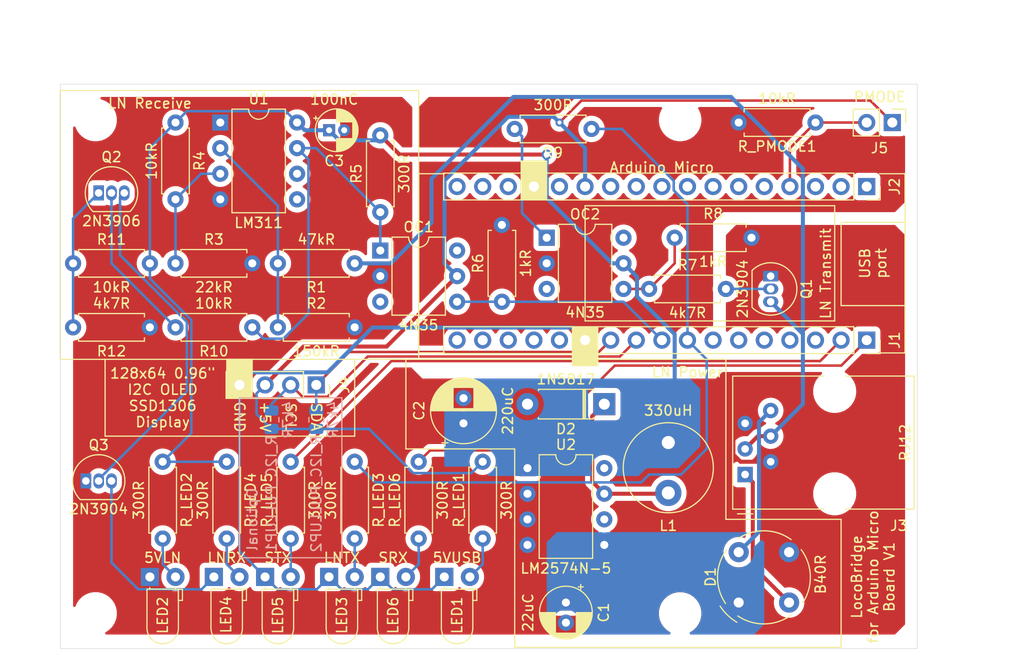
<source format=kicad_pcb>
(kicad_pcb (version 20171130) (host pcbnew 5.1.9+dfsg1-1)
  (layers (0 F.Cu signal) (31 B.Cu signal) (34 B.Paste user) (35 F.Paste user) (36 B.SilkS user) (37 F.SilkS user) (38 B.Mask user) (39 F.Mask user) (44 Edge.Cuts user))
  (net 0 "")
  (net 1 GND1)
  (net 2 VDD)
  (net 3 /MOSI)
  (net 4 "Net-(J1-Pad16)")
  (net 5 GND2)
  (net 6 /SDA)
  (net 7 /SCL)
  (net 8 /LN_RX_Arduino)
  (net 9 /LN_TX_Arduino)
  (net 10 "Net-(J1-Pad7)")
  (net 11 "Net-(J1-Pad6)")
  (net 12 "Net-(J1-Pad5)")
  (net 13 "Net-(J1-Pad4)")
  (net 14 "Net-(J1-Pad3)")
  (net 15 /SCK)
  (net 16 /MISO)
  (net 17 "Net-(J2-Pad15)")
  (net 18 +5V)
  (net 19 "Net-(J2-Pad11)")
  (net 20 "Net-(J2-Pad10)")
  (net 21 "Net-(J2-Pad7)")
  (net 22 "Net-(J2-Pad6)")
  (net 23 "Net-(J2-Pad5)")
  (net 24 "Net-(J2-Pad3)")
  (net 25 "Net-(J2-Pad2)")
  (net 26 "Net-(J2-Pad1)")
  (net 27 "Net-(LED1-Pad2)")
  (net 28 "Net-(LED2-Pad2)")
  (net 29 "Net-(Q1-Pad2)")
  (net 30 /LN_TX)
  (net 31 "Net-(U1-Pad6)")
  (net 32 "Net-(U1-Pad5)")
  (net 33 "Net-(U2-Pad8)")
  (net 34 "Net-(U2-Pad6)")
  (net 35 /LN_VIN)
  (net 36 /RAIl_SYNC_2)
  (net 37 /RAIl_SYNC_1)
  (net 38 /LN)
  (net 39 "Net-(LED4-Pad2)")
  (net 40 /SERIAL_TX)
  (net 41 /SERIAL_RX)
  (net 42 "Net-(LED3-Pad2)")
  (net 43 "Net-(LED5-Pad2)")
  (net 44 "Net-(LED6-Pad2)")
  (net 45 "Net-(OC1-Pad6)")
  (net 46 "Net-(OC1-Pad3)")
  (net 47 "Net-(OC2-Pad6)")
  (net 48 "Net-(OC2-Pad3)")
  (net 49 "Net-(OC2-Pad1)")
  (net 50 "Net-(Q2-Pad3)")
  (net 51 "Net-(Q2-Pad2)")
  (net 52 "Net-(J1-Pad15)")
  (net 53 "Net-(J1-Pad14)")
  (net 54 /A5)
  (net 55 /A4)
  (net 56 /LN_RX)
  (net 57 /PMODE)
  (net 58 /LN_5V_RAW)
  (net 59 /VLN_IN_9NOM_3V8MIN_18VMAX)
  (net 60 /REF_3V44)
  (net 61 "Net-(J1-Pad13)")
  (net 62 "Net-(J2-Pad13)")
  (net 63 "Net-(LED4-Pad1)")
  (net 64 /1V5)
  (module Resistor_THT:R_Axial_DIN0207_L6.3mm_D2.5mm_P7.62mm_Horizontal (layer F.Cu) (at 105.610225 113.67 180)
    (fp_text reference R12 (at 3.81 -2.37) (layer F.SilkS))
    (fp_text value 4k7R (at 3.81 2.37) (layer F.SilkS))
    (pad 2 thru_hole oval (at 7.62 0 180) (size 1.6 1.6) (drill 0.8) (layers *.Cu *.Mask) (net 64 /1V5))
    (pad 1 thru_hole circle (at 0 0 180) (size 1.6 1.6) (drill 0.8) (layers *.Cu *.Mask) (net 1 GND1))
  )
  (module Resistor_THT:R_Axial_DIN0207_L6.3mm_D2.5mm_P7.62mm_Horizontal (layer F.Cu) (at 97.990225 107.32)
    (fp_text reference R11 (at 3.81 -2.37) (layer F.SilkS))
    (fp_text value 10kR (at 3.81 2.37) (layer F.SilkS))
    (pad 2 thru_hole oval (at 7.62 0) (size 1.6 1.6) (drill 0.8) (layers *.Cu *.Mask) (net 2 VDD))
    (pad 1 thru_hole circle (at 0 0) (size 1.6 1.6) (drill 0.8) (layers *.Cu *.Mask) (net 64 /1V5))
  )
  (module Resistor_THT:R_Axial_DIN0207_L6.3mm_D2.5mm_P7.62mm_Horizontal (layer F.Cu) (at 115.770225 113.67 180)
    (fp_text reference R10 (at 3.81 -2.37) (layer F.SilkS))
    (fp_text value 10kR (at 3.81 2.37) (layer F.SilkS))
    (pad 2 thru_hole oval (at 7.62 0 180) (size 1.6 1.6) (drill 0.8) (layers *.Cu *.Mask) (net 51 "Net-(Q2-Pad2)"))
    (pad 1 thru_hole circle (at 0 0 180) (size 1.6 1.6) (drill 0.8) (layers *.Cu *.Mask) (net 56 /LN_RX))
  )
  (module Package_TO_SOT_THT:TO-92_Inline (layer F.Cu) (at 99.260225 128.91)
    (fp_text reference Q3 (at 1.27 -3.56) (layer F.SilkS))
    (fp_text value 2N3904 (at 1.27 2.79) (layer F.SilkS))
    (pad 1 thru_hole rect (at 0 0) (size 1.05 1.5) (drill 0.75) (layers *.Cu *.Mask) (net 1 GND1))
    (pad 3 thru_hole oval (at 2.54 0) (size 1.05 1.5) (drill 0.75) (layers *.Cu *.Mask) (net 63 "Net-(LED4-Pad1)"))
    (pad 2 thru_hole oval (at 1.27 0) (size 1.05 1.5) (drill 0.75) (layers *.Cu *.Mask) (net 50 "Net-(Q2-Pad3)"))
  )
  (module Connector_PinSocket_2.54mm:PinSocket_1x04_P2.54mm_Vertical (layer F.Cu) (at 122.120225 119.385 270)
    (fp_text reference J4 (at 0 -2.77 90) (layer F.SilkS))
    (fp_text value Conn_01x04_Female)
    (pad 4 thru_hole oval (at 0 7.62 270) (size 1.7 1.7) (drill 1) (layers *.Cu *.Mask) (net 5 GND2))
    (pad 3 thru_hole oval (at 0 5.08 270) (size 1.7 1.7) (drill 1) (layers *.Cu *.Mask) (net 18 +5V))
    (pad 2 thru_hole oval (at 0 2.54 270) (size 1.7 1.7) (drill 1) (layers *.Cu *.Mask) (net 7 /SCL))
    (pad 1 thru_hole rect (at 0 0 270) (size 1.7 1.7) (drill 1) (layers *.Cu *.Mask) (net 6 /SDA))
  )
  (module Connector_RJ:RJ12_Amphenol_54601 (layer F.Cu) (at 164.665225 128.275 90)
    (fp_text reference J3 (at -5.08 15.24 180) (layer F.SilkS))
    (fp_text value RJ12 (at 3.175 15.875 90) (layer F.SilkS))
    (pad 1 thru_hole rect (at 0 0 90) (size 1.52 1.52) (drill 0.76) (layers *.Cu *.Mask) (net 36 /RAIl_SYNC_2))
    (pad "" np_thru_hole circle (at -1.91 8.89 90) (size 3.25 3.25) (drill 3.25) (layers *.Cu *.Mask))
    (pad 2 thru_hole circle (at 1.27 2.54 90) (size 1.52 1.52) (drill 0.76) (layers *.Cu *.Mask) (net 1 GND1))
    (pad 3 thru_hole circle (at 2.54 0 90) (size 1.52 1.52) (drill 0.76) (layers *.Cu *.Mask) (net 38 /LN))
    (pad 4 thru_hole circle (at 3.81 2.54 90) (size 1.52 1.52) (drill 0.76) (layers *.Cu *.Mask) (net 38 /LN))
    (pad 5 thru_hole circle (at 5.08 0 90) (size 1.52 1.52) (drill 0.76) (layers *.Cu *.Mask) (net 1 GND1))
    (pad 6 thru_hole circle (at 6.35 2.54 90) (size 1.52 1.52) (drill 0.76) (layers *.Cu *.Mask) (net 37 /RAIl_SYNC_1))
    (pad "" np_thru_hole circle (at 8.25 8.89 90) (size 3.25 3.25) (drill 3.25) (layers *.Cu *.Mask))
  )
  (module Resistor_SMD:R_0805_2012Metric (layer B.Cu) (at 122.120225 122.8375 270)
    (fp_text reference R_I2C_PULLUP2 (at 7.3425 0 90) (layer B.SilkS) (effects (justify mirror)))
    (fp_text value 4k7R (at 0 -1.65 90) (layer B.SilkS) (effects (justify mirror)))
    (pad 2 smd roundrect (at 0.9125 0 270) (size 1.025 1.4) (layers B.Cu B.Paste B.Mask) (roundrect_rratio 0.243902) (net 18 +5V))
    (pad 1 smd roundrect (at -0.9125 0 270) (size 1.025 1.4) (layers B.Cu B.Paste B.Mask) (roundrect_rratio 0.243902) (net 6 /SDA))
  )
  (module Resistor_SMD:R_0805_2012Metric (layer B.Cu) (at 117.675225 122.8375 270)
    (fp_text reference R_I2C_PULLUP1 (at 7.3425 0 90) (layer B.SilkS) (effects (justify mirror)))
    (fp_text value 4k7R (at 0 -1.65 90) (layer B.SilkS) (effects (justify mirror)))
    (pad 2 smd roundrect (at 0.9125 0 270) (size 1.025 1.4) (layers B.Cu B.Paste B.Mask) (roundrect_rratio 0.243902) (net 18 +5V))
    (pad 1 smd roundrect (at -0.9125 0 270) (size 1.025 1.4) (layers B.Cu B.Paste B.Mask) (roundrect_rratio 0.243902) (net 7 /SCL))
  )
  (module Capacitor_THT:CP_Radial_D4.0mm_P1.50mm (layer F.Cu) (at 123.390225 94.112)
    (fp_text reference C3 (at 0.508 3.048) (layer F.SilkS))
    (fp_text value 100nC (at 0.508 -3.048) (layer F.SilkS))
    (pad 2 thru_hole circle (at 1.5 0) (size 1.2 1.2) (drill 0.6) (layers *.Cu *.Mask) (net 1 GND1))
    (pad 1 thru_hole rect (at 0 0) (size 1.2 1.2) (drill 0.6) (layers *.Cu *.Mask) (net 2 VDD))
  )
  (module Inductor_THT:L_Radial_D8.7mm_P5.00mm_Fastron_07HCP (layer F.Cu) (at 157.045225 125.1 270)
    (fp_text reference L1 (at 8.255 0 180) (layer F.SilkS))
    (fp_text value 330uH (at -3.175 0 180) (layer F.SilkS))
    (pad 2 thru_hole circle (at 5 0 270) (size 2.6 2.6) (drill 1.3) (layers *.Cu *.Mask) (net 58 /LN_5V_RAW))
    (pad 1 thru_hole circle (at 0 0 270) (size 2.6 2.6) (drill 1.3) (layers *.Cu *.Mask) (net 2 VDD))
  )
  (module Resistor_THT:R_Axial_DIN0207_L6.3mm_D2.5mm_P7.62mm_Horizontal (layer F.Cu) (at 171.650225 93.35 180)
    (fp_text reference R_PMODE1 (at 3.81 -2.37) (layer F.SilkS))
    (fp_text value 10kR (at 3.81 2.37) (layer F.SilkS))
    (pad 2 thru_hole oval (at 7.62 0 180) (size 1.6 1.6) (drill 0.8) (layers *.Cu *.Mask) (net 5 GND2))
    (pad 1 thru_hole circle (at 0 0 180) (size 1.6 1.6) (drill 0.8) (layers *.Cu *.Mask) (net 57 /PMODE))
  )
  (module Connector_PinHeader_2.54mm:PinHeader_1x02_P2.54mm_Vertical (layer F.Cu) (at 179.270225 93.35 270)
    (fp_text reference J5 (at 2.54 1.27 180) (layer F.SilkS))
    (fp_text value Conn_01x02_Male)
    (pad 2 thru_hole oval (at 0 2.54 270) (size 1.7 1.7) (drill 1) (layers *.Cu *.Mask) (net 57 /PMODE))
    (pad 1 thru_hole rect (at 0 0 270) (size 1.7 1.7) (drill 1) (layers *.Cu *.Mask) (net 18 +5V))
  )
  (module Package_DIP:DIP-8_W7.62mm (layer F.Cu) (at 143.075225 127.64)
    (fp_text reference U2 (at 3.81 -2.33) (layer F.SilkS))
    (fp_text value LM2574N-5 (at 3.81 9.95) (layer F.SilkS))
    (pad 8 thru_hole oval (at 7.62 0) (size 1.6 1.6) (drill 0.8) (layers *.Cu *.Mask) (net 33 "Net-(U2-Pad8)"))
    (pad 4 thru_hole oval (at 0 7.62) (size 1.6 1.6) (drill 0.8) (layers *.Cu *.Mask) (net 1 GND1))
    (pad 7 thru_hole oval (at 7.62 2.54) (size 1.6 1.6) (drill 0.8) (layers *.Cu *.Mask) (net 58 /LN_5V_RAW))
    (pad 3 thru_hole oval (at 0 5.08) (size 1.6 1.6) (drill 0.8) (layers *.Cu *.Mask) (net 1 GND1))
    (pad 6 thru_hole oval (at 7.62 5.08) (size 1.6 1.6) (drill 0.8) (layers *.Cu *.Mask) (net 34 "Net-(U2-Pad6)"))
    (pad 2 thru_hole oval (at 0 2.54) (size 1.6 1.6) (drill 0.8) (layers *.Cu *.Mask) (net 1 GND1))
    (pad 5 thru_hole oval (at 7.62 7.62) (size 1.6 1.6) (drill 0.8) (layers *.Cu *.Mask) (net 35 /LN_VIN))
    (pad 1 thru_hole rect (at 0 0) (size 1.6 1.6) (drill 0.8) (layers *.Cu *.Mask) (net 2 VDD))
  )
  (module Package_DIP:DIP-8_W7.62mm (layer F.Cu) (at 112.595225 93.35)
    (fp_text reference U1 (at 3.81 -2.33) (layer F.SilkS))
    (fp_text value LM311 (at 3.81 9.95) (layer F.SilkS))
    (pad 8 thru_hole oval (at 7.62 0) (size 1.6 1.6) (drill 0.8) (layers *.Cu *.Mask) (net 2 VDD))
    (pad 4 thru_hole oval (at 0 7.62) (size 1.6 1.6) (drill 0.8) (layers *.Cu *.Mask) (net 1 GND1))
    (pad 7 thru_hole oval (at 7.62 2.54) (size 1.6 1.6) (drill 0.8) (layers *.Cu *.Mask) (net 56 /LN_RX))
    (pad 3 thru_hole oval (at 0 5.08) (size 1.6 1.6) (drill 0.8) (layers *.Cu *.Mask) (net 60 /REF_3V44))
    (pad 6 thru_hole oval (at 7.62 5.08) (size 1.6 1.6) (drill 0.8) (layers *.Cu *.Mask) (net 31 "Net-(U1-Pad6)"))
    (pad 2 thru_hole oval (at 0 2.54) (size 1.6 1.6) (drill 0.8) (layers *.Cu *.Mask) (net 59 /VLN_IN_9NOM_3V8MIN_18VMAX))
    (pad 5 thru_hole oval (at 7.62 7.62) (size 1.6 1.6) (drill 0.8) (layers *.Cu *.Mask) (net 32 "Net-(U1-Pad5)"))
    (pad 1 thru_hole rect (at 0 0) (size 1.6 1.6) (drill 0.8) (layers *.Cu *.Mask) (net 1 GND1))
  )
  (module Package_TO_SOT_THT:TO-92_Inline (layer F.Cu) (at 167.205225 108.59 270)
    (fp_text reference Q1 (at 1.27 -3.56 90) (layer F.SilkS))
    (fp_text value 2N3904 (at 1.27 2.79 90) (layer F.SilkS))
    (pad 1 thru_hole rect (at 0 0 270) (size 1.05 1.5) (drill 0.75) (layers *.Cu *.Mask) (net 1 GND1))
    (pad 3 thru_hole oval (at 2.54 0 270) (size 1.05 1.5) (drill 0.75) (layers *.Cu *.Mask) (net 38 /LN))
    (pad 2 thru_hole oval (at 1.27 0 270) (size 1.05 1.5) (drill 0.75) (layers *.Cu *.Mask) (net 29 "Net-(Q1-Pad2)"))
  )
  (module Package_TO_SOT_THT:TO-92_Inline (layer F.Cu) (at 100.530225 100.335)
    (fp_text reference Q2 (at 1.27 -3.56) (layer F.SilkS))
    (fp_text value 2N3906 (at 1.27 2.79) (layer F.SilkS))
    (pad 1 thru_hole rect (at 0 0) (size 1.05 1.5) (drill 0.75) (layers *.Cu *.Mask) (net 64 /1V5))
    (pad 3 thru_hole oval (at 2.54 0) (size 1.05 1.5) (drill 0.75) (layers *.Cu *.Mask) (net 50 "Net-(Q2-Pad3)"))
    (pad 2 thru_hole oval (at 1.27 0) (size 1.05 1.5) (drill 0.75) (layers *.Cu *.Mask) (net 51 "Net-(Q2-Pad2)"))
  )
  (module Resistor_THT:R_Axial_DIN0207_L6.3mm_D2.5mm_P7.62mm_Horizontal (layer F.Cu) (at 132.280225 134.625 90)
    (fp_text reference R_LED6 (at 3.81 -2.37 90) (layer F.SilkS))
    (fp_text value 300R (at 3.81 2.37 90) (layer F.SilkS))
    (pad 2 thru_hole oval (at 7.62 0 90) (size 1.6 1.6) (drill 0.8) (layers *.Cu *.Mask) (net 41 /SERIAL_RX))
    (pad 1 thru_hole circle (at 0 0 90) (size 1.6 1.6) (drill 0.8) (layers *.Cu *.Mask) (net 44 "Net-(LED6-Pad2)"))
  )
  (module Resistor_THT:R_Axial_DIN0207_L6.3mm_D2.5mm_P7.62mm_Horizontal (layer F.Cu) (at 119.580225 134.625 90)
    (fp_text reference R_LED5 (at 3.81 -2.37 90) (layer F.SilkS))
    (fp_text value 300R (at 3.81 2.37 90) (layer F.SilkS))
    (pad 2 thru_hole oval (at 7.62 0 90) (size 1.6 1.6) (drill 0.8) (layers *.Cu *.Mask) (net 40 /SERIAL_TX))
    (pad 1 thru_hole circle (at 0 0 90) (size 1.6 1.6) (drill 0.8) (layers *.Cu *.Mask) (net 43 "Net-(LED5-Pad2)"))
  )
  (module Resistor_THT:R_Axial_DIN0207_L6.3mm_D2.5mm_P7.62mm_Horizontal (layer F.Cu) (at 125.930225 127.005 270)
    (fp_text reference R_LED3 (at 3.81 -2.37 90) (layer F.SilkS))
    (fp_text value 300R (at 3.81 2.37 90) (layer F.SilkS))
    (pad 2 thru_hole oval (at 7.62 0 270) (size 1.6 1.6) (drill 0.8) (layers *.Cu *.Mask) (net 42 "Net-(LED3-Pad2)"))
    (pad 1 thru_hole circle (at 0 0 270) (size 1.6 1.6) (drill 0.8) (layers *.Cu *.Mask) (net 9 /LN_TX_Arduino))
  )
  (module LED_THT:LED_D3.0mm_Horizontal_O1.27mm_Z2.0mm (layer F.Cu) (at 128.470225 138.435)
    (fp_text reference LED6 (at 1.27 3.81 90) (layer F.SilkS))
    (fp_text value LED)
    (pad 2 thru_hole circle (at 2.54 0) (size 1.8 1.8) (drill 0.9) (layers *.Cu *.Mask) (net 44 "Net-(LED6-Pad2)"))
    (pad 1 thru_hole rect (at 0 0) (size 1.8 1.8) (drill 0.9) (layers *.Cu *.Mask) (net 5 GND2))
  )
  (module LED_THT:LED_D3.0mm_Horizontal_O1.27mm_Z2.0mm (layer F.Cu) (at 117.040225 138.435)
    (fp_text reference LED5 (at 1.27 3.81 90) (layer F.SilkS))
    (fp_text value LED)
    (pad 2 thru_hole circle (at 2.54 0) (size 1.8 1.8) (drill 0.9) (layers *.Cu *.Mask) (net 43 "Net-(LED5-Pad2)"))
    (pad 1 thru_hole rect (at 0 0) (size 1.8 1.8) (drill 0.9) (layers *.Cu *.Mask) (net 5 GND2))
  )
  (module LED_THT:LED_D3.0mm_Horizontal_O1.27mm_Z2.0mm (layer F.Cu) (at 123.390225 138.435)
    (fp_text reference LED3 (at 1.27 3.81 90) (layer F.SilkS))
    (fp_text value LED)
    (pad 2 thru_hole circle (at 2.54 0) (size 1.8 1.8) (drill 0.9) (layers *.Cu *.Mask) (net 42 "Net-(LED3-Pad2)"))
    (pad 1 thru_hole rect (at 0 0) (size 1.8 1.8) (drill 0.9) (layers *.Cu *.Mask) (net 5 GND2))
  )
  (module LED_THT:LED_D3.0mm_Horizontal_O1.27mm_Z2.0mm (layer F.Cu) (at 111.960225 138.435)
    (fp_text reference LED4 (at 1.2065 3.7465 90) (layer F.SilkS))
    (fp_text value LED)
    (pad 2 thru_hole circle (at 2.54 0) (size 1.8 1.8) (drill 0.9) (layers *.Cu *.Mask) (net 39 "Net-(LED4-Pad2)"))
    (pad 1 thru_hole rect (at 0 0) (size 1.8 1.8) (drill 0.9) (layers *.Cu *.Mask) (net 63 "Net-(LED4-Pad1)"))
  )
  (module LED_THT:LED_D3.0mm_Horizontal_O1.27mm_Z2.0mm (layer F.Cu) (at 105.610225 138.435)
    (fp_text reference LED2 (at 1.27 3.81 90) (layer F.SilkS))
    (fp_text value LED)
    (pad 2 thru_hole circle (at 2.54 0) (size 1.8 1.8) (drill 0.9) (layers *.Cu *.Mask) (net 28 "Net-(LED2-Pad2)"))
    (pad 1 thru_hole rect (at 0 0) (size 1.8 1.8) (drill 0.9) (layers *.Cu *.Mask) (net 1 GND1))
  )
  (module LED_THT:LED_D3.0mm_Horizontal_O1.27mm_Z2.0mm (layer F.Cu) (at 134.820225 138.435)
    (fp_text reference LED1 (at 1.27 3.81 90) (layer F.SilkS))
    (fp_text value LED)
    (pad 2 thru_hole circle (at 2.54 0) (size 1.8 1.8) (drill 0.9) (layers *.Cu *.Mask) (net 27 "Net-(LED1-Pad2)"))
    (pad 1 thru_hole rect (at 0 0) (size 1.8 1.8) (drill 0.9) (layers *.Cu *.Mask) (net 5 GND2))
  )
  (module MountingHole:MountingHole_3.2mm_M3 (layer F.Cu) (at 158.220225 142.0545)
    (fp_text reference REF** hide)
    (fp_text value MountingHole_3.2mm_M3)
    (pad 1 np_thru_hole circle (at 0 0) (size 3.2 3.2) (drill 3.2) (layers *.Cu *.Mask))
  )
  (module MountingHole:MountingHole_3.2mm_M3 (layer F.Cu) (at 158.220225 93.096)
    (fp_text reference REF** hide)
    (fp_text value MountingHole_3.2mm_M3)
    (pad 1 np_thru_hole circle (at 0 0) (size 3.2 3.2) (drill 3.2) (layers *.Cu *.Mask))
  )
  (module MountingHole:MountingHole_3.2mm_M3 (layer F.Cu) (at 100.220225 93.096)
    (fp_text reference REF** hide)
    (fp_text value MountingHole_3.2mm_M3)
    (pad 1 np_thru_hole circle (at 0 0) (size 3.2 3.2) (drill 3.2) (layers *.Cu *.Mask))
  )
  (module MountingHole:MountingHole_3.2mm_M3 (layer F.Cu) (at 100.220225 142.0545)
    (fp_text reference REF** hide)
    (fp_text value MountingHole_3.2mm_M3)
    (pad 1 np_thru_hole circle (at 0 0) (size 3.2 3.2) (drill 3.2) (layers *.Cu *.Mask))
  )
  (module Package_DIP:DIP-6_W7.62mm (layer F.Cu) (at 144.980225 104.78)
    (fp_text reference OC2 (at 3.81 -2.33) (layer F.SilkS))
    (fp_text value 4N35 (at 3.81 7.41) (layer F.SilkS))
    (pad 6 thru_hole oval (at 7.62 0) (size 1.6 1.6) (drill 0.8) (layers *.Cu *.Mask) (net 47 "Net-(OC2-Pad6)"))
    (pad 3 thru_hole oval (at 0 5.08) (size 1.6 1.6) (drill 0.8) (layers *.Cu *.Mask) (net 48 "Net-(OC2-Pad3)"))
    (pad 5 thru_hole oval (at 7.62 2.54) (size 1.6 1.6) (drill 0.8) (layers *.Cu *.Mask) (net 2 VDD))
    (pad 2 thru_hole oval (at 0 2.54) (size 1.6 1.6) (drill 0.8) (layers *.Cu *.Mask) (net 5 GND2))
    (pad 4 thru_hole oval (at 7.62 5.08) (size 1.6 1.6) (drill 0.8) (layers *.Cu *.Mask) (net 30 /LN_TX))
    (pad 1 thru_hole rect (at 0 0) (size 1.6 1.6) (drill 0.8) (layers *.Cu *.Mask) (net 49 "Net-(OC2-Pad1)"))
  )
  (module Package_DIP:DIP-6_W7.62mm (layer F.Cu) (at 128.470225 106.05)
    (fp_text reference OC1 (at 3.81 -2.33) (layer F.SilkS))
    (fp_text value 4N35 (at 3.81 7.41) (layer F.SilkS))
    (pad 6 thru_hole oval (at 7.62 0) (size 1.6 1.6) (drill 0.8) (layers *.Cu *.Mask) (net 45 "Net-(OC1-Pad6)"))
    (pad 3 thru_hole oval (at 0 5.08) (size 1.6 1.6) (drill 0.8) (layers *.Cu *.Mask) (net 46 "Net-(OC1-Pad3)"))
    (pad 5 thru_hole oval (at 7.62 2.54) (size 1.6 1.6) (drill 0.8) (layers *.Cu *.Mask) (net 18 +5V))
    (pad 2 thru_hole oval (at 0 2.54) (size 1.6 1.6) (drill 0.8) (layers *.Cu *.Mask) (net 1 GND1))
    (pad 4 thru_hole oval (at 7.62 5.08) (size 1.6 1.6) (drill 0.8) (layers *.Cu *.Mask) (net 8 /LN_RX_Arduino))
    (pad 1 thru_hole rect (at 0 0) (size 1.6 1.6) (drill 0.8) (layers *.Cu *.Mask) (net 56 /LN_RX))
  )
  (module Resistor_THT:R_Axial_DIN0207_L6.3mm_D2.5mm_P7.62mm_Horizontal (layer F.Cu) (at 138.630225 134.625 90)
    (fp_text reference R_LED1 (at 3.81 -2.37 90) (layer F.SilkS))
    (fp_text value 300R (at 3.81 2.37 90) (layer F.SilkS))
    (pad 2 thru_hole oval (at 7.62 0 90) (size 1.6 1.6) (drill 0.8) (layers *.Cu *.Mask) (net 18 +5V))
    (pad 1 thru_hole circle (at 0 0 90) (size 1.6 1.6) (drill 0.8) (layers *.Cu *.Mask) (net 27 "Net-(LED1-Pad2)"))
  )
  (module Resistor_THT:R_Axial_DIN0207_L6.3mm_D2.5mm_P7.62mm_Horizontal (layer F.Cu) (at 106.880225 127.005 270)
    (fp_text reference R_LED2 (at 3.81 -2.37 90) (layer F.SilkS))
    (fp_text value 300R (at 3.81 2.37 90) (layer F.SilkS))
    (pad 2 thru_hole oval (at 7.62 0 270) (size 1.6 1.6) (drill 0.8) (layers *.Cu *.Mask) (net 28 "Net-(LED2-Pad2)"))
    (pad 1 thru_hole circle (at 0 0 270) (size 1.6 1.6) (drill 0.8) (layers *.Cu *.Mask) (net 2 VDD))
  )
  (module Resistor_THT:R_Axial_DIN0207_L6.3mm_D2.5mm_P7.62mm_Horizontal (layer F.Cu) (at 113.230225 127.005 270)
    (fp_text reference R_LED4 (at 3.81 -2.37 90) (layer F.SilkS))
    (fp_text value 300R (at 3.81 2.37 90) (layer F.SilkS))
    (pad 2 thru_hole oval (at 7.62 0 270) (size 1.6 1.6) (drill 0.8) (layers *.Cu *.Mask) (net 39 "Net-(LED4-Pad2)"))
    (pad 1 thru_hole circle (at 0 0 270) (size 1.6 1.6) (drill 0.8) (layers *.Cu *.Mask) (net 2 VDD))
  )
  (module Resistor_THT:R_Axial_DIN0207_L6.3mm_D2.5mm_P7.62mm_Horizontal (layer F.Cu) (at 149.425225 93.985 180)
    (fp_text reference R9 (at 3.81 -2.37) (layer F.SilkS))
    (fp_text value 300R (at 3.81 2.37) (layer F.SilkS))
    (pad 2 thru_hole oval (at 7.62 0 180) (size 1.6 1.6) (drill 0.8) (layers *.Cu *.Mask) (net 49 "Net-(OC2-Pad1)"))
    (pad 1 thru_hole circle (at 0 0 180) (size 1.6 1.6) (drill 0.8) (layers *.Cu *.Mask) (net 9 /LN_TX_Arduino))
  )
  (module Resistor_THT:R_Axial_DIN0207_L6.3mm_D2.5mm_P7.62mm_Horizontal (layer F.Cu) (at 157.680225 104.78)
    (fp_text reference R8 (at 3.81 -2.37) (layer F.SilkS))
    (fp_text value 1kR (at 3.81 2.37) (layer F.SilkS))
    (pad 2 thru_hole oval (at 7.62 0) (size 1.6 1.6) (drill 0.8) (layers *.Cu *.Mask) (net 1 GND1))
    (pad 1 thru_hole circle (at 0 0) (size 1.6 1.6) (drill 0.8) (layers *.Cu *.Mask) (net 30 /LN_TX))
  )
  (module Resistor_THT:R_Axial_DIN0207_L6.3mm_D2.5mm_P7.62mm_Horizontal (layer F.Cu) (at 155.140225 109.86)
    (fp_text reference R7 (at 3.81 -2.37) (layer F.SilkS))
    (fp_text value 4k7R (at 3.81 2.37) (layer F.SilkS))
    (pad 2 thru_hole oval (at 7.62 0) (size 1.6 1.6) (drill 0.8) (layers *.Cu *.Mask) (net 29 "Net-(Q1-Pad2)"))
    (pad 1 thru_hole circle (at 0 0) (size 1.6 1.6) (drill 0.8) (layers *.Cu *.Mask) (net 30 /LN_TX))
  )
  (module Resistor_THT:R_Axial_DIN0207_L6.3mm_D2.5mm_P7.62mm_Horizontal (layer F.Cu) (at 140.535225 111.13 90)
    (fp_text reference R6 (at 3.81 -2.37 90) (layer F.SilkS))
    (fp_text value 1kR (at 3.81 2.37 90) (layer F.SilkS))
    (pad 2 thru_hole oval (at 7.62 0 90) (size 1.6 1.6) (drill 0.8) (layers *.Cu *.Mask) (net 5 GND2))
    (pad 1 thru_hole circle (at 0 0 90) (size 1.6 1.6) (drill 0.8) (layers *.Cu *.Mask) (net 8 /LN_RX_Arduino))
  )
  (module Resistor_THT:R_Axial_DIN0207_L6.3mm_D2.5mm_P7.62mm_Horizontal (layer F.Cu) (at 128.470225 102.24 90)
    (fp_text reference R5 (at 3.81 -2.37 90) (layer F.SilkS))
    (fp_text value 300R (at 3.81 2.37 90) (layer F.SilkS))
    (pad 2 thru_hole oval (at 7.62 0 90) (size 1.6 1.6) (drill 0.8) (layers *.Cu *.Mask) (net 2 VDD))
    (pad 1 thru_hole circle (at 0 0 90) (size 1.6 1.6) (drill 0.8) (layers *.Cu *.Mask) (net 56 /LN_RX))
  )
  (module Resistor_THT:R_Axial_DIN0207_L6.3mm_D2.5mm_P7.62mm_Horizontal (layer F.Cu) (at 108.150225 93.35 270)
    (fp_text reference R4 (at 3.81 -2.37 90) (layer F.SilkS))
    (fp_text value 10kR (at 3.81 2.37 90) (layer F.SilkS))
    (pad 2 thru_hole oval (at 7.62 0 270) (size 1.6 1.6) (drill 0.8) (layers *.Cu *.Mask) (net 60 /REF_3V44))
    (pad 1 thru_hole circle (at 0 0 270) (size 1.6 1.6) (drill 0.8) (layers *.Cu *.Mask) (net 2 VDD))
  )
  (module Resistor_THT:R_Axial_DIN0207_L6.3mm_D2.5mm_P7.62mm_Horizontal (layer F.Cu) (at 108.150225 107.32)
    (fp_text reference R3 (at 3.81 -2.37) (layer F.SilkS))
    (fp_text value 22kR (at 3.81 2.37) (layer F.SilkS))
    (pad 2 thru_hole oval (at 7.62 0) (size 1.6 1.6) (drill 0.8) (layers *.Cu *.Mask) (net 1 GND1))
    (pad 1 thru_hole circle (at 0 0) (size 1.6 1.6) (drill 0.8) (layers *.Cu *.Mask) (net 60 /REF_3V44))
  )
  (module Resistor_THT:R_Axial_DIN0207_L6.3mm_D2.5mm_P7.62mm_Horizontal (layer F.Cu) (at 118.310225 113.67)
    (fp_text reference R2 (at 3.81 -2.37) (layer F.SilkS))
    (fp_text value 150kR (at 3.81 2.37) (layer F.SilkS))
    (pad 2 thru_hole oval (at 7.62 0) (size 1.6 1.6) (drill 0.8) (layers *.Cu *.Mask) (net 1 GND1))
    (pad 1 thru_hole circle (at 0 0) (size 1.6 1.6) (drill 0.8) (layers *.Cu *.Mask) (net 59 /VLN_IN_9NOM_3V8MIN_18VMAX))
  )
  (module Resistor_THT:R_Axial_DIN0207_L6.3mm_D2.5mm_P7.62mm_Horizontal (layer F.Cu) (at 125.930225 107.32 180)
    (fp_text reference R1 (at 3.81 -2.37) (layer F.SilkS))
    (fp_text value 47kR (at 3.81 2.37) (layer F.SilkS))
    (pad 2 thru_hole oval (at 7.62 0 180) (size 1.6 1.6) (drill 0.8) (layers *.Cu *.Mask) (net 59 /VLN_IN_9NOM_3V8MIN_18VMAX))
    (pad 1 thru_hole circle (at 0 0 180) (size 1.6 1.6) (drill 0.8) (layers *.Cu *.Mask) (net 38 /LN))
  )
  (module Connector_PinSocket_2.54mm:PinSocket_1x17_P2.54mm_Vertical (layer F.Cu) (at 176.730225 99.7 270)
    (fp_text reference J2 (at 0 -2.77 90) (layer F.SilkS))
    (fp_text value Conn_01x17_Female)
    (pad 17 thru_hole oval (at 0 40.64 270) (size 1.7 1.7) (drill 1) (layers *.Cu *.Mask) (net 15 /SCK))
    (pad 16 thru_hole oval (at 0 38.1 270) (size 1.7 1.7) (drill 1) (layers *.Cu *.Mask) (net 16 /MISO))
    (pad 15 thru_hole oval (at 0 35.56 270) (size 1.7 1.7) (drill 1) (layers *.Cu *.Mask) (net 17 "Net-(J2-Pad15)"))
    (pad 14 thru_hole oval (at 0 33.02 270) (size 1.7 1.7) (drill 1) (layers *.Cu *.Mask) (net 5 GND2))
    (pad 13 thru_hole oval (at 0 30.48 270) (size 1.7 1.7) (drill 1) (layers *.Cu *.Mask) (net 62 "Net-(J2-Pad13)"))
    (pad 12 thru_hole oval (at 0 27.94 270) (size 1.7 1.7) (drill 1) (layers *.Cu *.Mask) (net 18 +5V))
    (pad 11 thru_hole oval (at 0 25.4 270) (size 1.7 1.7) (drill 1) (layers *.Cu *.Mask) (net 19 "Net-(J2-Pad11)"))
    (pad 10 thru_hole oval (at 0 22.86 270) (size 1.7 1.7) (drill 1) (layers *.Cu *.Mask) (net 20 "Net-(J2-Pad10)"))
    (pad 9 thru_hole oval (at 0 20.32 270) (size 1.7 1.7) (drill 1) (layers *.Cu *.Mask) (net 54 /A5))
    (pad 8 thru_hole oval (at 0 17.78 270) (size 1.7 1.7) (drill 1) (layers *.Cu *.Mask) (net 55 /A4))
    (pad 7 thru_hole oval (at 0 15.24 270) (size 1.7 1.7) (drill 1) (layers *.Cu *.Mask) (net 21 "Net-(J2-Pad7)"))
    (pad 6 thru_hole oval (at 0 12.7 270) (size 1.7 1.7) (drill 1) (layers *.Cu *.Mask) (net 22 "Net-(J2-Pad6)"))
    (pad 5 thru_hole oval (at 0 10.16 270) (size 1.7 1.7) (drill 1) (layers *.Cu *.Mask) (net 23 "Net-(J2-Pad5)"))
    (pad 4 thru_hole oval (at 0 7.62 270) (size 1.7 1.7) (drill 1) (layers *.Cu *.Mask) (net 57 /PMODE))
    (pad 3 thru_hole oval (at 0 5.08 270) (size 1.7 1.7) (drill 1) (layers *.Cu *.Mask) (net 24 "Net-(J2-Pad3)"))
    (pad 2 thru_hole oval (at 0 2.54 270) (size 1.7 1.7) (drill 1) (layers *.Cu *.Mask) (net 25 "Net-(J2-Pad2)"))
    (pad 1 thru_hole rect (at 0 0 270) (size 1.7 1.7) (drill 1) (layers *.Cu *.Mask) (net 26 "Net-(J2-Pad1)"))
  )
  (module Connector_PinSocket_2.54mm:PinSocket_1x17_P2.54mm_Vertical (layer F.Cu) (at 176.730225 114.94 270)
    (fp_text reference J1 (at 0 -2.77 90) (layer F.SilkS))
    (fp_text value Conn_01x17_Female)
    (pad 17 thru_hole oval (at 0 40.64 270) (size 1.7 1.7) (drill 1) (layers *.Cu *.Mask) (net 3 /MOSI))
    (pad 16 thru_hole oval (at 0 38.1 270) (size 1.7 1.7) (drill 1) (layers *.Cu *.Mask) (net 4 "Net-(J1-Pad16)"))
    (pad 15 thru_hole oval (at 0 35.56 270) (size 1.7 1.7) (drill 1) (layers *.Cu *.Mask) (net 52 "Net-(J1-Pad15)"))
    (pad 14 thru_hole oval (at 0 33.02 270) (size 1.7 1.7) (drill 1) (layers *.Cu *.Mask) (net 53 "Net-(J1-Pad14)"))
    (pad 13 thru_hole oval (at 0 30.48 270) (size 1.7 1.7) (drill 1) (layers *.Cu *.Mask) (net 61 "Net-(J1-Pad13)"))
    (pad 12 thru_hole oval (at 0 27.94 270) (size 1.7 1.7) (drill 1) (layers *.Cu *.Mask) (net 5 GND2))
    (pad 11 thru_hole oval (at 0 25.4 270) (size 1.7 1.7) (drill 1) (layers *.Cu *.Mask) (net 6 /SDA))
    (pad 10 thru_hole oval (at 0 22.86 270) (size 1.7 1.7) (drill 1) (layers *.Cu *.Mask) (net 7 /SCL))
    (pad 9 thru_hole oval (at 0 20.32 270) (size 1.7 1.7) (drill 1) (layers *.Cu *.Mask) (net 8 /LN_RX_Arduino))
    (pad 8 thru_hole oval (at 0 17.78 270) (size 1.7 1.7) (drill 1) (layers *.Cu *.Mask) (net 9 /LN_TX_Arduino))
    (pad 7 thru_hole oval (at 0 15.24 270) (size 1.7 1.7) (drill 1) (layers *.Cu *.Mask) (net 10 "Net-(J1-Pad7)"))
    (pad 6 thru_hole oval (at 0 12.7 270) (size 1.7 1.7) (drill 1) (layers *.Cu *.Mask) (net 11 "Net-(J1-Pad6)"))
    (pad 5 thru_hole oval (at 0 10.16 270) (size 1.7 1.7) (drill 1) (layers *.Cu *.Mask) (net 12 "Net-(J1-Pad5)"))
    (pad 4 thru_hole oval (at 0 7.62 270) (size 1.7 1.7) (drill 1) (layers *.Cu *.Mask) (net 13 "Net-(J1-Pad4)"))
    (pad 3 thru_hole oval (at 0 5.08 270) (size 1.7 1.7) (drill 1) (layers *.Cu *.Mask) (net 14 "Net-(J1-Pad3)"))
    (pad 2 thru_hole oval (at 0 2.54 270) (size 1.7 1.7) (drill 1) (layers *.Cu *.Mask) (net 40 /SERIAL_TX))
    (pad 1 thru_hole rect (at 0 0 270) (size 1.7 1.7) (drill 1) (layers *.Cu *.Mask) (net 41 /SERIAL_RX))
  )
  (module Diode_THT:D_DO-41_SOD81_P7.62mm_Horizontal (layer F.Cu) (at 150.695225 121.29 180)
    (fp_text reference D2 (at 3.81 -2.47) (layer F.SilkS))
    (fp_text value 1N5817 (at 3.81 2.47) (layer F.SilkS))
    (pad 2 thru_hole oval (at 7.62 0 180) (size 2.2 2.2) (drill 1.1) (layers *.Cu *.Mask) (net 1 GND1))
    (pad 1 thru_hole rect (at 0 0 180) (size 2.2 2.2) (drill 1.1) (layers *.Cu *.Mask) (net 58 /LN_5V_RAW))
  )
  (module Diode_THT:Diode_Bridge_Round_D9.0mm (layer F.Cu) (at 164.030225 140.975 90)
    (fp_text reference D1 (at 2.54 -2.794 90) (layer F.SilkS))
    (fp_text value B40R (at 2.794 8.128 90) (layer F.SilkS))
    (pad 1 thru_hole rect (at 0 0 90) (size 2 2) (drill 1) (layers *.Cu *.Mask) (net 35 /LN_VIN))
    (pad 3 thru_hole oval (at 5 5 90) (size 2 2) (drill 1) (layers *.Cu *.Mask) (net 1 GND1))
    (pad 2 thru_hole oval (at 0 5 90) (size 2 2) (drill 1) (layers *.Cu *.Mask) (net 36 /RAIl_SYNC_2))
    (pad 4 thru_hole oval (at 5 0 90) (size 2 2) (drill 1) (layers *.Cu *.Mask) (net 37 /RAIl_SYNC_1))
  )
  (module Capacitor_THT:CP_Radial_D6.3mm_P2.50mm (layer F.Cu) (at 136.725225 123.195 90)
    (fp_text reference C2 (at 1.25 -4.4 90) (layer F.SilkS))
    (fp_text value 220uC (at 1.25 4.4 90) (layer F.SilkS))
    (pad 2 thru_hole circle (at 2.5 0 90) (size 1.6 1.6) (drill 0.8) (layers *.Cu *.Mask) (net 1 GND1))
    (pad 1 thru_hole rect (at 0 0 90) (size 1.6 1.6) (drill 0.8) (layers *.Cu *.Mask) (net 2 VDD))
  )
  (module Capacitor_THT:CP_Radial_D5.0mm_P2.00mm (layer F.Cu) (at 146.885225 140.975 270)
    (fp_text reference C1 (at 1 -3.75 90) (layer F.SilkS))
    (fp_text value 22uC (at 1 3.75 90) (layer F.SilkS))
    (pad 2 thru_hole circle (at 2 0 270) (size 1.6 1.6) (drill 0.8) (layers *.Cu *.Mask) (net 1 GND1))
    (pad 1 thru_hole rect (at 0 0 270) (size 1.6 1.6) (drill 0.8) (layers *.Cu *.Mask) (net 35 /LN_VIN))
  )
  (gr_line (start 173.555225 113.035) (end 148.790225 113.035) (layer F.SilkS) (width 0.12))
  (gr_line (start 148.790225 101.605) (end 173.555225 101.605) (layer F.SilkS) (width 0.12))
  (gr_line (start 181.746725 145.547) (end 96.720225 145.547) (layer Edge.Cuts) (width 0.05))
  (gr_line (start 181.746725 89.54) (end 181.746725 145.547) (layer Edge.Cuts) (width 0.05))
  (gr_line (start 96.720225 89.54) (end 181.746725 89.54) (layer Edge.Cuts) (width 0.05))
  (gr_line (start 96.720225 89.54) (end 96.720225 145.547) (layer Edge.Cuts) (width 0.05))
  (gr_text 5VUSB (at 136.090225 136.53) (layer F.SilkS) (effects (font (size 1 1))))
  (gr_line (start 96.720225 116.845) (end 131.010225 116.845) (layer F.SilkS) (width 0.12))
  (gr_line (start 132.280225 90.175) (end 96.720225 90.175) (layer F.SilkS) (width 0.12))
  (gr_text "128x64 0.96\"\nI2C OLED\nSSD1306\nDisplay" (at 106.880225 120.655) (layer F.SilkS) (effects (font (size 1 1))))
  (gr_line (start 124.660225 136.53) (end 124.660225 120.655) (layer B.SilkS) (width 0.12))
  (gr_line (start 114.500225 136.53) (end 124.660225 136.53) (layer B.SilkS) (width 0.12))
  (gr_line (start 114.500225 120.655) (end 114.500225 136.53) (layer B.SilkS) (width 0.12))
  (gr_line (start 124.660225 120.655) (end 114.500225 120.655) (layer B.SilkS) (width 0.12))
  (gr_text Optional (at 115.770225 132.72 90) (layer B.SilkS) (effects (font (size 1 1)) (justify mirror)))
  (gr_line (start 132.280225 90.175) (end 132.280225 116.845) (layer F.SilkS) (width 0.12))
  (gr_line (start 162.760225 132.72) (end 162.760225 116.845) (layer F.SilkS) (width 0.12))
  (gr_line (start 174.190225 132.72) (end 162.760225 132.72) (layer F.SilkS) (width 0.12))
  (gr_line (start 174.190225 145.42) (end 174.190225 132.72) (layer F.SilkS) (width 0.12))
  (gr_text "USB\nport" (at 177.365225 107.32 90) (layer F.SilkS) (effects (font (size 1 1))))
  (gr_line (start 174.190225 103.256) (end 180.540225 103.256) (layer F.SilkS) (width 0.12))
  (gr_line (start 174.190225 111.511) (end 180.540225 111.511) (layer F.SilkS) (width 0.12))
  (gr_line (start 174.190225 103.256) (end 174.190225 111.511) (layer F.SilkS) (width 0.12))
  (gr_text 5VLN (at 106.880225 136.53) (layer F.SilkS) (effects (font (size 1 1))))
  (gr_text LNRX (at 113.230225 136.53) (layer F.SilkS) (effects (font (size 1 1))))
  (gr_text STX (at 118.310225 136.53) (layer F.SilkS) (effects (font (size 1 1))))
  (gr_text LNTX (at 124.660225 136.53) (layer F.SilkS) (effects (font (size 1 1))))
  (gr_text SRX (at 129.740225 136.53) (layer F.SilkS) (effects (font (size 1 1))))
  (gr_line (start 125.930225 124.465) (end 125.930225 116.845) (layer F.SilkS) (width 0.12))
  (gr_line (start 101.165225 124.465) (end 125.930225 124.465) (layer F.SilkS) (width 0.12))
  (gr_line (start 101.165225 116.845) (end 101.165225 124.465) (layer F.SilkS) (width 0.12))
  (gr_text PMODE (at 178.000225 90.81) (layer F.SilkS) (effects (font (size 1 1))))
  (gr_line (start 131.010225 125.735) (end 131.010225 116.845) (layer F.SilkS) (width 0.12))
  (gr_line (start 141.805225 125.735) (end 131.010225 125.735) (layer F.SilkS) (width 0.12))
  (gr_line (start 174.190225 145.42) (end 141.805225 145.42) (layer F.SilkS) (width 0.12))
  (gr_line (start 131.010225 116.845) (end 162.760225 116.845) (layer F.SilkS) (width 0.12))
  (gr_line (start 141.805225 145.42) (end 141.805225 125.735) (layer F.SilkS) (width 0.12))
  (gr_line (start 96.720225 90.175) (end 96.720225 116.845) (layer F.SilkS) (width 0.12))
  (gr_poly (pts (xy 115.770225 120.655) (xy 113.230225 120.655) (xy 113.230225 116.845) (xy 115.770225 116.845)) (layer F.SilkS) (width 0.1))
  (gr_text SDA (at 122.120225 122.56 270) (layer F.SilkS) (effects (font (size 1 1))))
  (gr_text SCL (at 119.580225 122.56 270) (layer F.SilkS) (effects (font (size 1 1))))
  (gr_text +5V (at 117.040225 122.56 270) (layer F.SilkS) (effects (font (size 1 1))))
  (gr_text GND (at 114.500225 122.56 270) (layer F.SilkS) (effects (font (size 1 1))))
  (gr_line (start 180.540225 116.21) (end 178.000225 116.21) (layer F.SilkS) (width 0.12))
  (gr_line (start 180.540225 98.43) (end 180.540225 116.21) (layer F.SilkS) (width 0.12))
  (gr_line (start 178.000225 98.43) (end 180.540225 98.43) (layer F.SilkS) (width 0.12))
  (gr_line (start 134.820225 116.21) (end 134.760225 116.27) (layer F.SilkS) (width 0.12))
  (gr_line (start 132.280225 116.21) (end 134.820225 116.21) (layer F.SilkS) (width 0.12))
  (gr_line (start 132.280225 98.43) (end 132.280225 116.21) (layer F.SilkS) (width 0.12))
  (gr_line (start 134.820225 98.43) (end 132.280225 98.43) (layer F.SilkS) (width 0.12))
  (gr_poly (pts (xy 144.980225 100.97) (xy 142.440225 100.97) (xy 142.440225 97.16) (xy 144.980225 97.16)) (layer F.SilkS) (width 0.1))
  (gr_poly (pts (xy 150.060225 117.48) (xy 147.520225 117.48) (xy 147.520225 113.67) (xy 150.060225 113.67)) (layer F.SilkS) (width 0.1))
  (gr_text "Arduino Micro" (at 156.410225 97.795) (layer F.SilkS) (effects (font (size 1 1))))
  (gr_text "LocoBridge\nfor Arduino Micro\nBoard V1" (at 177.365225 138.435 90) (layer F.SilkS) (effects (font (size 1 1))))
  (gr_line (start 173.555225 101.605) (end 173.555225 113.035) (layer F.SilkS) (width 0.12))
  (gr_line (start 148.790225 113.035) (end 148.790225 101.605) (layer F.SilkS) (width 0.12))
  (gr_text "LN Transmit" (at 172.666225 108.336 90) (layer F.SilkS) (effects (font (size 1 1))))
  (gr_text "LN Receive\n" (at 105.610225 91.445) (layer F.SilkS) (effects (font (size 1 1))))
  (gr_text "LN Power" (at 158.950225 118.115) (layer F.SilkS) (effects (font (size 1 1))))
  (segment (start 167.205225 106.685) (end 165.300225 104.78) (width 0.25) (layer F.Cu) (net 1))
  (segment (start 167.205225 108.59) (end 167.205225 106.685) (width 0.25) (layer F.Cu) (net 1))
  (segment (start 122.120225 113.67) (end 124.660225 111.13) (width 0.25) (layer F.Cu) (net 1))
  (segment (start 120.215225 113.67) (end 122.120225 113.67) (width 0.25) (layer F.Cu) (net 1))
  (segment (start 112.595225 92.08) (end 111.325225 93.35) (width 0.4) (layer F.Cu) (net 1))
  (segment (start 163.505224 124.355001) (end 164.665225 123.195) (width 0.4) (layer F.Cu) (net 1))
  (segment (start 163.505224 126.291801) (end 163.505224 124.355001) (width 0.4) (layer F.Cu) (net 1))
  (segment (start 164.218423 127.005) (end 163.505224 126.291801) (width 0.4) (layer F.Cu) (net 1))
  (segment (start 167.205225 127.005) (end 164.218423 127.005) (width 0.4) (layer F.Cu) (net 1))
  (segment (start 105.610225 138.435) (end 105.610225 132.085) (width 0.25) (layer F.Cu) (net 1))
  (segment (start 105.610225 132.085) (end 106.005227 132.085) (width 0.25) (layer F.Cu) (net 1))
  (segment (start 124.390226 95.112001) (end 123.390225 94.112) (width 0.4) (layer B.Cu) (net 2))
  (segment (start 127.978224 95.112001) (end 124.390226 95.112001) (width 0.4) (layer B.Cu) (net 2))
  (segment (start 128.470225 94.62) (end 127.978224 95.112001) (width 0.4) (layer B.Cu) (net 2))
  (segment (start 120.977225 94.112) (end 120.215225 93.35) (width 0.4) (layer B.Cu) (net 2))
  (segment (start 123.390225 94.112) (end 120.977225 94.112) (width 0.4) (layer B.Cu) (net 2))
  (segment (start 144.980225 96.525) (end 144.980225 96.525) (width 0.4) (layer B.Cu) (net 2))
  (via (at 144.980225 96.525) (size 1) (drill 0.6) (layers F.Cu B.Cu) (net 2))
  (segment (start 130.375225 96.525) (end 144.980225 96.525) (width 0.4) (layer F.Cu) (net 2))
  (segment (start 128.470225 94.62) (end 130.375225 96.525) (width 0.4) (layer F.Cu) (net 2))
  (segment (start 109.275226 92.224999) (end 108.150225 93.35) (width 0.25) (layer B.Cu) (net 2))
  (segment (start 119.090224 92.224999) (end 109.275226 92.224999) (width 0.25) (layer B.Cu) (net 2))
  (segment (start 120.215225 93.35) (end 119.090224 92.224999) (width 0.25) (layer B.Cu) (net 2))
  (segment (start 105.610225 95.89) (end 105.610225 107.32) (width 0.25) (layer B.Cu) (net 2))
  (segment (start 108.150225 93.35) (end 105.610225 95.89) (width 0.25) (layer B.Cu) (net 2))
  (segment (start 109.725236 124.159989) (end 106.880225 127.005) (width 0.25) (layer B.Cu) (net 2))
  (segment (start 109.725236 112.943599) (end 109.725236 124.159989) (width 0.25) (layer B.Cu) (net 2))
  (segment (start 105.610225 108.828588) (end 109.725236 112.943599) (width 0.25) (layer B.Cu) (net 2))
  (segment (start 105.610225 107.32) (end 105.610225 108.828588) (width 0.25) (layer B.Cu) (net 2))
  (segment (start 113.230225 127.005) (end 106.880225 127.005) (width 0.25) (layer B.Cu) (net 2))
  (segment (start 151.468855 107.32) (end 152.600225 107.32) (width 0.4) (layer B.Cu) (net 2))
  (segment (start 144.980225 100.83137) (end 151.468855 107.32) (width 0.4) (layer B.Cu) (net 2))
  (segment (start 144.980225 96.525) (end 144.980225 100.83137) (width 0.4) (layer B.Cu) (net 2))
  (segment (start 153.940224 110.619997) (end 157.680225 114.359998) (width 0.4) (layer B.Cu) (net 2))
  (segment (start 153.940224 108.659999) (end 153.940224 110.619997) (width 0.4) (layer B.Cu) (net 2))
  (segment (start 152.600225 107.32) (end 153.940224 108.659999) (width 0.4) (layer B.Cu) (net 2))
  (segment (start 157.680225 114.359998) (end 157.680225 119.385) (width 0.4) (layer B.Cu) (net 2))
  (segment (start 114.500225 135.895) (end 117.040225 138.435) (width 0.25) (layer B.Cu) (net 5))
  (segment (start 114.500225 119.385) (end 114.500225 135.895) (width 0.25) (layer B.Cu) (net 5))
  (segment (start 122.165224 139.660001) (end 123.390225 138.435) (width 0.25) (layer B.Cu) (net 5))
  (segment (start 118.265226 139.660001) (end 122.165224 139.660001) (width 0.25) (layer B.Cu) (net 5))
  (segment (start 117.040225 138.435) (end 118.265226 139.660001) (width 0.25) (layer B.Cu) (net 5))
  (segment (start 127.245224 139.660001) (end 128.470225 138.435) (width 0.25) (layer B.Cu) (net 5))
  (segment (start 124.615226 139.660001) (end 127.245224 139.660001) (width 0.25) (layer B.Cu) (net 5))
  (segment (start 123.390225 138.435) (end 124.615226 139.660001) (width 0.25) (layer B.Cu) (net 5))
  (segment (start 133.595224 139.660001) (end 134.820225 138.435) (width 0.25) (layer B.Cu) (net 5))
  (segment (start 129.695226 139.660001) (end 133.595224 139.660001) (width 0.25) (layer B.Cu) (net 5))
  (segment (start 128.470225 138.435) (end 129.695226 139.660001) (width 0.25) (layer B.Cu) (net 5))
  (segment (start 123.241228 118.134999) (end 115.750226 118.134999) (width 0.4) (layer B.Cu) (net 5))
  (segment (start 127.686228 113.689999) (end 123.241228 118.134999) (width 0.4) (layer B.Cu) (net 5))
  (segment (start 147.540224 113.689999) (end 127.686228 113.689999) (width 0.4) (layer B.Cu) (net 5))
  (segment (start 115.750226 118.134999) (end 114.500225 119.385) (width 0.4) (layer B.Cu) (net 5))
  (segment (start 148.790225 114.94) (end 147.540224 113.689999) (width 0.4) (layer B.Cu) (net 5))
  (segment (start 122.120225 119.385) (end 122.120225 121.925) (width 0.25) (layer B.Cu) (net 6))
  (segment (start 125.390223 116.115002) (end 122.120225 119.385) (width 0.25) (layer F.Cu) (net 6))
  (segment (start 150.155223 116.115002) (end 125.390223 116.115002) (width 0.25) (layer F.Cu) (net 6))
  (segment (start 151.330225 114.94) (end 150.155223 116.115002) (width 0.25) (layer F.Cu) (net 6))
  (segment (start 117.675225 121.29) (end 117.675225 121.925) (width 0.25) (layer B.Cu) (net 7))
  (segment (start 119.580225 119.385) (end 117.675225 121.29) (width 0.25) (layer B.Cu) (net 7))
  (segment (start 152.245213 116.565012) (end 153.870225 114.94) (width 0.25) (layer F.Cu) (net 7))
  (segment (start 127.225215 116.565012) (end 152.245213 116.565012) (width 0.25) (layer F.Cu) (net 7))
  (segment (start 120.755226 120.560001) (end 123.230226 120.560001) (width 0.25) (layer F.Cu) (net 7))
  (segment (start 123.230226 120.560001) (end 127.225215 116.565012) (width 0.25) (layer F.Cu) (net 7))
  (segment (start 119.580225 119.385) (end 120.755226 120.560001) (width 0.25) (layer F.Cu) (net 7))
  (segment (start 136.090225 111.13) (end 140.535225 111.13) (width 0.25) (layer B.Cu) (net 8))
  (segment (start 152.600225 111.13) (end 156.410225 114.94) (width 0.25) (layer B.Cu) (net 8))
  (segment (start 140.535225 111.13) (end 152.600225 111.13) (width 0.25) (layer B.Cu) (net 8))
  (segment (start 160.855225 125.735) (end 160.855225 116.845) (width 0.25) (layer B.Cu) (net 9))
  (segment (start 158.315225 128.275) (end 160.855225 125.735) (width 0.25) (layer B.Cu) (net 9))
  (segment (start 160.855225 116.845) (end 158.950225 114.94) (width 0.25) (layer B.Cu) (net 9))
  (segment (start 155.140225 128.275) (end 158.315225 128.275) (width 0.25) (layer B.Cu) (net 9))
  (segment (start 154.360226 129.054999) (end 155.140225 128.275) (width 0.25) (layer B.Cu) (net 9))
  (segment (start 127.980224 129.054999) (end 154.360226 129.054999) (width 0.25) (layer B.Cu) (net 9))
  (segment (start 125.930225 127.005) (end 127.980224 129.054999) (width 0.25) (layer B.Cu) (net 9))
  (segment (start 152.434227 93.985) (end 149.425225 93.985) (width 0.25) (layer B.Cu) (net 9))
  (segment (start 157.585226 99.135999) (end 152.434227 93.985) (width 0.25) (layer B.Cu) (net 9))
  (segment (start 157.585226 100.074003) (end 157.585226 99.135999) (width 0.25) (layer B.Cu) (net 9))
  (segment (start 158.950225 101.439002) (end 157.585226 100.074003) (width 0.25) (layer B.Cu) (net 9))
  (segment (start 158.950225 114.94) (end 158.950225 101.439002) (width 0.25) (layer B.Cu) (net 9))
  (segment (start 116.190226 122.265001) (end 117.675225 123.75) (width 0.25) (layer B.Cu) (net 18))
  (segment (start 116.190226 120.234999) (end 116.190226 122.265001) (width 0.25) (layer B.Cu) (net 18))
  (segment (start 117.040225 119.385) (end 116.190226 120.234999) (width 0.25) (layer B.Cu) (net 18))
  (segment (start 117.675225 123.75) (end 122.120225 123.75) (width 0.25) (layer B.Cu) (net 18))
  (segment (start 137.505224 128.130001) (end 138.630225 127.005) (width 0.25) (layer B.Cu) (net 18))
  (segment (start 131.740224 128.130001) (end 137.505224 128.130001) (width 0.25) (layer B.Cu) (net 18))
  (segment (start 127.360223 123.75) (end 131.740224 128.130001) (width 0.25) (layer B.Cu) (net 18))
  (segment (start 122.120225 123.75) (end 127.360223 123.75) (width 0.25) (layer B.Cu) (net 18))
  (segment (start 148.790225 95.89) (end 146.250225 93.35) (width 0.4) (layer B.Cu) (net 18))
  (segment (start 148.790225 99.7) (end 148.790225 95.89) (width 0.4) (layer B.Cu) (net 18))
  (segment (start 134.840224 107.339999) (end 136.090225 108.59) (width 0.4) (layer B.Cu) (net 18))
  (segment (start 134.840224 99.099999) (end 134.840224 107.339999) (width 0.4) (layer B.Cu) (net 18))
  (segment (start 141.155224 92.784999) (end 134.840224 99.099999) (width 0.4) (layer B.Cu) (net 18))
  (segment (start 145.685224 92.784999) (end 141.155224 92.784999) (width 0.4) (layer B.Cu) (net 18))
  (segment (start 146.250225 93.35) (end 145.685224 92.784999) (width 0.4) (layer B.Cu) (net 18))
  (segment (start 117.040225 119.385) (end 120.850225 115.575) (width 0.4) (layer F.Cu) (net 18))
  (segment (start 129.105225 115.575) (end 136.090225 108.59) (width 0.4) (layer F.Cu) (net 18))
  (segment (start 120.850225 115.575) (end 129.105225 115.575) (width 0.4) (layer F.Cu) (net 18))
  (segment (start 177.091224 91.170999) (end 148.429226 91.170999) (width 0.25) (layer F.Cu) (net 18))
  (segment (start 179.270225 93.35) (end 177.091224 91.170999) (width 0.25) (layer F.Cu) (net 18))
  (segment (start 148.429226 91.170999) (end 146.250225 93.35) (width 0.25) (layer F.Cu) (net 18))
  (segment (start 146.250225 93.35) (end 146.250225 93.35) (width 0.25) (layer F.Cu) (net 18))
  (via (at 146.250225 93.35) (size 0.8) (drill 0.4) (layers F.Cu B.Cu) (net 18))
  (segment (start 138.630225 137.165) (end 137.360225 138.435) (width 0.25) (layer B.Cu) (net 27))
  (segment (start 138.630225 134.625) (end 138.630225 137.165) (width 0.25) (layer B.Cu) (net 27))
  (segment (start 106.880225 137.165) (end 108.150225 138.435) (width 0.25) (layer B.Cu) (net 28))
  (segment (start 106.880225 134.625) (end 106.880225 137.165) (width 0.25) (layer B.Cu) (net 28))
  (segment (start 162.760225 109.86) (end 167.205225 109.86) (width 0.25) (layer B.Cu) (net 29))
  (segment (start 152.600225 109.86) (end 155.140225 109.86) (width 0.25) (layer F.Cu) (net 30))
  (segment (start 157.680225 107.32) (end 155.140225 109.86) (width 0.25) (layer F.Cu) (net 30))
  (segment (start 157.680225 104.78) (end 157.680225 107.32) (width 0.25) (layer F.Cu) (net 30))
  (segment (start 164.665225 128.275) (end 165.355226 128.965001) (width 0.25) (layer F.Cu) (net 36))
  (segment (start 165.430226 137.375001) (end 169.030225 140.975) (width 0.4) (layer F.Cu) (net 36))
  (segment (start 165.430226 129.040001) (end 165.430226 137.375001) (width 0.4) (layer F.Cu) (net 36))
  (segment (start 164.665225 128.275) (end 165.430226 129.040001) (width 0.4) (layer F.Cu) (net 36))
  (segment (start 166.045224 133.960001) (end 164.030225 135.975) (width 0.4) (layer B.Cu) (net 37))
  (segment (start 166.045224 123.085001) (end 166.045224 133.960001) (width 0.4) (layer B.Cu) (net 37))
  (segment (start 167.205225 121.925) (end 166.045224 123.085001) (width 0.4) (layer B.Cu) (net 37))
  (segment (start 170.400224 121.270001) (end 167.205225 124.465) (width 0.4) (layer B.Cu) (net 38))
  (segment (start 170.400224 114.324999) (end 170.400224 121.270001) (width 0.4) (layer B.Cu) (net 38))
  (segment (start 167.205225 111.13) (end 170.400224 114.324999) (width 0.4) (layer B.Cu) (net 38))
  (segment (start 165.935225 124.465) (end 164.665225 125.735) (width 0.4) (layer F.Cu) (net 38))
  (segment (start 167.205225 124.465) (end 165.935225 124.465) (width 0.4) (layer F.Cu) (net 38))
  (segment (start 129.520227 107.32) (end 125.930225 107.32) (width 0.4) (layer B.Cu) (net 38))
  (segment (start 133.550225 98.936002) (end 133.550225 103.290002) (width 0.4) (layer B.Cu) (net 38))
  (segment (start 133.550225 103.290002) (end 129.520227 107.32) (width 0.4) (layer B.Cu) (net 38))
  (segment (start 141.676227 90.81) (end 133.550225 98.936002) (width 0.4) (layer B.Cu) (net 38))
  (segment (start 163.266227 90.81) (end 141.676227 90.81) (width 0.4) (layer B.Cu) (net 38))
  (segment (start 170.400224 97.943997) (end 163.266227 90.81) (width 0.4) (layer B.Cu) (net 38))
  (segment (start 170.400224 114.324999) (end 170.400224 97.943997) (width 0.4) (layer B.Cu) (net 38))
  (segment (start 113.230225 137.165) (end 114.500225 138.435) (width 0.25) (layer B.Cu) (net 39))
  (segment (start 113.230225 134.625) (end 113.230225 137.165) (width 0.25) (layer B.Cu) (net 39))
  (segment (start 129.570204 117.015021) (end 119.580225 127.005) (width 0.25) (layer F.Cu) (net 40))
  (segment (start 172.115204 117.015021) (end 129.570204 117.015021) (width 0.25) (layer F.Cu) (net 40))
  (segment (start 174.190225 114.94) (end 172.115204 117.015021) (width 0.25) (layer F.Cu) (net 40))
  (segment (start 133.405226 125.879999) (end 132.280225 127.005) (width 0.25) (layer F.Cu) (net 41))
  (segment (start 143.320224 125.879999) (end 133.405226 125.879999) (width 0.25) (layer F.Cu) (net 41))
  (segment (start 151.735192 117.465031) (end 143.320224 125.879999) (width 0.25) (layer F.Cu) (net 41))
  (segment (start 174.205194 117.465031) (end 151.735192 117.465031) (width 0.25) (layer F.Cu) (net 41))
  (segment (start 176.730225 114.94) (end 174.205194 117.465031) (width 0.25) (layer F.Cu) (net 41))
  (segment (start 125.930225 134.625) (end 125.930225 138.435) (width 0.25) (layer B.Cu) (net 42))
  (segment (start 119.580225 134.625) (end 119.580225 138.435) (width 0.25) (layer B.Cu) (net 43))
  (segment (start 132.280225 137.165) (end 131.010225 138.435) (width 0.25) (layer B.Cu) (net 44))
  (segment (start 132.280225 134.625) (end 132.280225 137.165) (width 0.25) (layer B.Cu) (net 44))
  (segment (start 142.535224 102.334999) (end 144.980225 104.78) (width 0.25) (layer B.Cu) (net 49))
  (segment (start 142.535224 94.714999) (end 142.535224 102.334999) (width 0.25) (layer B.Cu) (net 49))
  (segment (start 141.805225 93.985) (end 142.535224 94.714999) (width 0.25) (layer B.Cu) (net 49))
  (segment (start 100.530225 128.752905) (end 100.530225 128.91) (width 0.25) (layer B.Cu) (net 50))
  (segment (start 102.650235 106.505008) (end 109.275226 113.129999) (width 0.25) (layer B.Cu) (net 50))
  (segment (start 109.275226 113.129999) (end 109.275226 120.007904) (width 0.25) (layer B.Cu) (net 50))
  (segment (start 102.650235 100.75499) (end 102.650235 106.505008) (width 0.25) (layer B.Cu) (net 50))
  (segment (start 109.275226 120.007904) (end 100.530225 128.752905) (width 0.25) (layer B.Cu) (net 50))
  (segment (start 103.070225 100.335) (end 102.650235 100.75499) (width 0.25) (layer B.Cu) (net 50))
  (segment (start 101.800225 107.32) (end 108.150225 113.67) (width 0.25) (layer B.Cu) (net 51))
  (segment (start 101.800225 100.335) (end 101.800225 107.32) (width 0.25) (layer B.Cu) (net 51))
  (segment (start 122.120225 95.89) (end 128.470225 102.24) (width 0.25) (layer B.Cu) (net 56))
  (segment (start 120.215225 95.89) (end 122.120225 95.89) (width 0.25) (layer B.Cu) (net 56))
  (segment (start 128.470225 102.24) (end 128.470225 106.05) (width 0.25) (layer B.Cu) (net 56))
  (segment (start 116.895226 114.795001) (end 115.770225 113.67) (width 0.25) (layer B.Cu) (net 56))
  (segment (start 118.850226 114.795001) (end 116.895226 114.795001) (width 0.25) (layer B.Cu) (net 56))
  (segment (start 121.340226 112.305001) (end 118.850226 114.795001) (width 0.25) (layer B.Cu) (net 56))
  (segment (start 121.340226 97.015001) (end 121.340226 112.305001) (width 0.25) (layer B.Cu) (net 56))
  (segment (start 120.215225 95.89) (end 121.340226 97.015001) (width 0.25) (layer B.Cu) (net 56))
  (segment (start 169.110225 95.89) (end 171.650225 93.35) (width 0.25) (layer F.Cu) (net 57))
  (segment (start 169.110225 99.7) (end 169.110225 95.89) (width 0.25) (layer F.Cu) (net 57))
  (segment (start 171.650225 93.35) (end 176.730225 93.35) (width 0.25) (layer F.Cu) (net 57))
  (segment (start 149.495224 128.979999) (end 150.695225 130.18) (width 0.4) (layer F.Cu) (net 58))
  (segment (start 149.495224 122.490001) (end 149.495224 128.979999) (width 0.4) (layer F.Cu) (net 58))
  (segment (start 150.695225 121.29) (end 149.495224 122.490001) (width 0.4) (layer F.Cu) (net 58))
  (segment (start 156.965225 130.18) (end 157.045225 130.1) (width 0.4) (layer F.Cu) (net 58))
  (segment (start 150.695225 130.18) (end 156.965225 130.18) (width 0.4) (layer F.Cu) (net 58))
  (segment (start 118.310225 107.32) (end 118.310225 113.67) (width 0.25) (layer B.Cu) (net 59))
  (segment (start 118.310225 101.605) (end 118.310225 107.32) (width 0.25) (layer B.Cu) (net 59))
  (segment (start 112.595225 95.89) (end 118.310225 101.605) (width 0.25) (layer B.Cu) (net 59))
  (segment (start 110.690225 98.43) (end 108.150225 100.97) (width 0.25) (layer B.Cu) (net 60))
  (segment (start 112.595225 98.43) (end 110.690225 98.43) (width 0.25) (layer B.Cu) (net 60))
  (segment (start 108.150225 107.32) (end 108.150225 100.97) (width 0.25) (layer B.Cu) (net 60))
  (segment (start 110.735224 139.660001) (end 111.960225 138.435) (width 0.25) (layer B.Cu) (net 63))
  (segment (start 104.450224 139.660001) (end 110.735224 139.660001) (width 0.25) (layer B.Cu) (net 63))
  (segment (start 101.800225 137.010002) (end 104.450224 139.660001) (width 0.25) (layer B.Cu) (net 63))
  (segment (start 101.800225 128.91) (end 101.800225 137.010002) (width 0.25) (layer B.Cu) (net 63))
  (segment (start 97.990225 107.32) (end 97.990225 113.67) (width 0.25) (layer B.Cu) (net 64))
  (segment (start 97.990225 102.875) (end 100.530225 100.335) (width 0.25) (layer B.Cu) (net 64))
  (segment (start 97.990225 107.32) (end 97.990225 102.875) (width 0.25) (layer B.Cu) (net 64))
  (zone (net 5) (net_name GND2) (layer F.Cu) (connect_pads yes (clearance 0.508)) (min_thickness 0.254) (fill yes (arc_segments 32) (thermal_gap 0.508) (thermal_bridge_width 0.508) (smoothing chamfer) (radius 1))
    (polygon (pts (xy 180.540225 102.24) (xy 161.490225 102.24) (xy 161.490225 117.48) (xy 132.280225 117.48) (xy 132.280225 90.81) (xy 180.540225 90.81)))
  )
  (zone (net 2) (net_name VDD) (layer B.Cu) (connect_pads yes (clearance 0.508)) (min_thickness 0.254) (fill yes (arc_segments 32) (thermal_gap 0.508) (thermal_bridge_width 0.508) (smoothing chamfer) (radius 1))
    (polygon (pts (xy 160.220225 128.91) (xy 134.820225 128.91) (xy 134.820225 118.75) (xy 160.220225 118.75)))
  )
  (zone (net 35) (net_name /LN_VIN) (layer B.Cu) (connect_pads yes (clearance 0.508)) (min_thickness 0.254) (fill yes (arc_segments 32) (thermal_gap 0.508) (thermal_bridge_width 0.508) (smoothing chamfer) (radius 1))
    (polygon (pts (xy 166.570225 144.15) (xy 144.980225 144.15) (xy 144.980225 133.99) (xy 166.570225 133.99)))
  )
  (zone (net 1) (net_name GND1) (layer F.Cu) (connect_pads yes (clearance 0.508)) (min_thickness 0.254) (fill yes (arc_segments 32) (thermal_gap 0.508) (thermal_bridge_width 0.508) (smoothing chamfer) (radius 1))
    (polygon (pts (xy 131.645225 118.75) (xy 162.760225 118.75) (xy 162.760225 103.51) (xy 180.540225 103.51) (xy 180.540225 144.15) (xy 97.990225 144.15) (xy 97.990225 90.81) (xy 131.645225 90.81)))
  )
)
</source>
